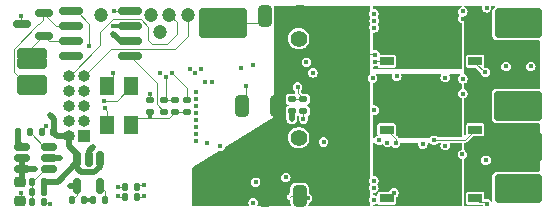
<source format=gbr>
%TF.GenerationSoftware,KiCad,Pcbnew,(6.0.5)*%
%TF.CreationDate,2022-09-11T00:02:45-04:00*%
%TF.ProjectId,GoldESC,476f6c64-4553-4432-9e6b-696361645f70,rev?*%
%TF.SameCoordinates,Original*%
%TF.FileFunction,Copper,L4,Bot*%
%TF.FilePolarity,Positive*%
%FSLAX46Y46*%
G04 Gerber Fmt 4.6, Leading zero omitted, Abs format (unit mm)*
G04 Created by KiCad (PCBNEW (6.0.5)) date 2022-09-11 00:02:45*
%MOMM*%
%LPD*%
G01*
G04 APERTURE LIST*
G04 Aperture macros list*
%AMRoundRect*
0 Rectangle with rounded corners*
0 $1 Rounding radius*
0 $2 $3 $4 $5 $6 $7 $8 $9 X,Y pos of 4 corners*
0 Add a 4 corners polygon primitive as box body*
4,1,4,$2,$3,$4,$5,$6,$7,$8,$9,$2,$3,0*
0 Add four circle primitives for the rounded corners*
1,1,$1+$1,$2,$3*
1,1,$1+$1,$4,$5*
1,1,$1+$1,$6,$7*
1,1,$1+$1,$8,$9*
0 Add four rect primitives between the rounded corners*
20,1,$1+$1,$2,$3,$4,$5,0*
20,1,$1+$1,$4,$5,$6,$7,0*
20,1,$1+$1,$6,$7,$8,$9,0*
20,1,$1+$1,$8,$9,$2,$3,0*%
%AMFreePoly0*
4,1,9,2.975000,-2.350000,1.425000,-2.350000,1.425000,-2.100000,-1.650000,-2.100000,-1.650000,2.100000,1.425000,2.100000,1.425000,2.350000,2.975000,2.350000,2.975000,-2.350000,2.975000,-2.350000,$1*%
G04 Aperture macros list end*
%TA.AperFunction,ComponentPad*%
%ADD10C,1.200000*%
%TD*%
%TA.AperFunction,ComponentPad*%
%ADD11R,1.000000X1.000000*%
%TD*%
%TA.AperFunction,ComponentPad*%
%ADD12RoundRect,0.250000X0.250000X-0.250000X0.250000X0.250000X-0.250000X0.250000X-0.250000X-0.250000X0*%
%TD*%
%TA.AperFunction,ComponentPad*%
%ADD13RoundRect,0.250000X-0.250000X0.250000X-0.250000X-0.250000X0.250000X-0.250000X0.250000X0.250000X0*%
%TD*%
%TA.AperFunction,ComponentPad*%
%ADD14RoundRect,0.250000X0.250000X0.250000X-0.250000X0.250000X-0.250000X-0.250000X0.250000X-0.250000X0*%
%TD*%
%TA.AperFunction,ComponentPad*%
%ADD15O,1.000000X1.000000*%
%TD*%
%TA.AperFunction,SMDPad,CuDef*%
%ADD16R,1.150000X0.700000*%
%TD*%
%TA.AperFunction,SMDPad,CuDef*%
%ADD17FreePoly0,180.000000*%
%TD*%
%TA.AperFunction,SMDPad,CuDef*%
%ADD18R,1.300000X1.600000*%
%TD*%
%TA.AperFunction,SMDPad,CuDef*%
%ADD19RoundRect,0.140000X0.140000X0.170000X-0.140000X0.170000X-0.140000X-0.170000X0.140000X-0.170000X0*%
%TD*%
%TA.AperFunction,SMDPad,CuDef*%
%ADD20RoundRect,0.135000X-0.135000X-0.185000X0.135000X-0.185000X0.135000X0.185000X-0.135000X0.185000X0*%
%TD*%
%TA.AperFunction,SMDPad,CuDef*%
%ADD21RoundRect,0.135000X-0.185000X0.135000X-0.185000X-0.135000X0.185000X-0.135000X0.185000X0.135000X0*%
%TD*%
%TA.AperFunction,SMDPad,CuDef*%
%ADD22RoundRect,0.225000X0.250000X-0.225000X0.250000X0.225000X-0.250000X0.225000X-0.250000X-0.225000X0*%
%TD*%
%TA.AperFunction,SMDPad,CuDef*%
%ADD23RoundRect,0.150000X0.825000X0.150000X-0.825000X0.150000X-0.825000X-0.150000X0.825000X-0.150000X0*%
%TD*%
%TA.AperFunction,SMDPad,CuDef*%
%ADD24RoundRect,0.135000X0.135000X0.185000X-0.135000X0.185000X-0.135000X-0.185000X0.135000X-0.185000X0*%
%TD*%
%TA.AperFunction,SMDPad,CuDef*%
%ADD25RoundRect,0.150000X0.587500X0.150000X-0.587500X0.150000X-0.587500X-0.150000X0.587500X-0.150000X0*%
%TD*%
%TA.AperFunction,SMDPad,CuDef*%
%ADD26RoundRect,0.135000X0.185000X-0.135000X0.185000X0.135000X-0.185000X0.135000X-0.185000X-0.135000X0*%
%TD*%
%TA.AperFunction,SMDPad,CuDef*%
%ADD27RoundRect,0.150000X-0.150000X0.512500X-0.150000X-0.512500X0.150000X-0.512500X0.150000X0.512500X0*%
%TD*%
%TA.AperFunction,SMDPad,CuDef*%
%ADD28RoundRect,0.140000X-0.170000X0.140000X-0.170000X-0.140000X0.170000X-0.140000X0.170000X0.140000X0*%
%TD*%
%TA.AperFunction,SMDPad,CuDef*%
%ADD29RoundRect,0.140000X-0.140000X-0.170000X0.140000X-0.170000X0.140000X0.170000X-0.140000X0.170000X0*%
%TD*%
%TA.AperFunction,ComponentPad*%
%ADD30C,1.400000*%
%TD*%
%TA.AperFunction,SMDPad,CuDef*%
%ADD31RoundRect,0.250000X0.325000X0.650000X-0.325000X0.650000X-0.325000X-0.650000X0.325000X-0.650000X0*%
%TD*%
%TA.AperFunction,SMDPad,CuDef*%
%ADD32RoundRect,0.250000X-0.325000X-0.650000X0.325000X-0.650000X0.325000X0.650000X-0.325000X0.650000X0*%
%TD*%
%TA.AperFunction,SMDPad,CuDef*%
%ADD33RoundRect,0.150000X0.512500X0.150000X-0.512500X0.150000X-0.512500X-0.150000X0.512500X-0.150000X0*%
%TD*%
%TA.AperFunction,ViaPad*%
%ADD34C,0.400000*%
%TD*%
%TA.AperFunction,Conductor*%
%ADD35C,0.101600*%
%TD*%
%TA.AperFunction,Conductor*%
%ADD36C,0.500000*%
%TD*%
%TA.AperFunction,Conductor*%
%ADD37C,0.350000*%
%TD*%
G04 APERTURE END LIST*
D10*
%TO.P,TP80,1,1*%
%TO.N,Net-(R80-Pad1)*%
X-7350000Y6250000D03*
%TD*%
%TO.P,TP83,1,1*%
%TO.N,+3V3*%
X-12350000Y7700000D03*
%TD*%
%TO.P,TP81,1,1*%
%TO.N,SWCLK*%
X-6550000Y7700000D03*
%TD*%
D11*
%TO.P,J1,1,Pin_1*%
%TO.N,Net-(J1-Pad1)*%
X23750000Y7000000D03*
D12*
X21500000Y6250000D03*
D11*
X22250000Y7750000D03*
X22250000Y7000000D03*
X23000000Y7750000D03*
X22250000Y6250000D03*
X24500000Y7000000D03*
X23750000Y6250000D03*
D12*
X24500000Y6250000D03*
D11*
X23750000Y7750000D03*
X23000000Y7000000D03*
X23000000Y6250000D03*
D12*
X21500000Y7750000D03*
D11*
X21500000Y7000000D03*
D12*
X24500000Y7750000D03*
%TD*%
D11*
%TO.P,J40,1,Pin_1*%
%TO.N,VDD*%
X-1250000Y-7000000D03*
X-500000Y-7000000D03*
X-1250000Y-6250000D03*
X-2000000Y-6250000D03*
X-2750000Y-7750000D03*
X-2000000Y-7000000D03*
X-2000000Y-7750000D03*
X-1250000Y-7750000D03*
X-2750000Y-6250000D03*
D13*
X-500000Y-6250000D03*
X-500000Y-7750000D03*
X-3500000Y-7750000D03*
X-3500000Y-6250000D03*
D11*
X-2750000Y-7000000D03*
X-3500000Y-7000000D03*
%TD*%
D10*
%TO.P,TP84,1,1*%
%TO.N,GND*%
X-8100000Y7700000D03*
%TD*%
D11*
%TO.P,J2,1,Pin_1*%
%TO.N,Net-(J2-Pad1)*%
X22950000Y750000D03*
X22200000Y750000D03*
X23700000Y0D03*
X23700000Y-750000D03*
D12*
X21450000Y750000D03*
D11*
X24450000Y0D03*
D12*
X21450000Y-750000D03*
D11*
X22950000Y-750000D03*
X22200000Y-750000D03*
X22200000Y0D03*
X22950000Y0D03*
D12*
X24450000Y-750000D03*
X24450000Y750000D03*
D11*
X21450000Y0D03*
X23700000Y750000D03*
%TD*%
D10*
%TO.P,TP82,1,1*%
%TO.N,SWDIO*%
X-5000000Y7700000D03*
%TD*%
D14*
%TO.P,J30,1,Pin_1*%
%TO.N,CAN_L*%
X-17450000Y4400000D03*
X-18950000Y3650000D03*
D11*
X-18200000Y3650000D03*
D14*
X-18950000Y4400000D03*
X-17450000Y3650000D03*
D11*
X-18200000Y4400000D03*
D14*
%TO.P,J30,2,Pin_2*%
%TO.N,CAN_H*%
X-17450000Y2150000D03*
D11*
X-18200000Y1400000D03*
D14*
X-18950000Y2150000D03*
D11*
X-18200000Y2150000D03*
D14*
X-18950000Y1400000D03*
X-17450000Y1400000D03*
%TD*%
D11*
%TO.P,J81,1,Pin_1*%
%TO.N,+3V3*%
X-13765000Y-2540000D03*
D15*
%TO.P,J81,2,Pin_2*%
%TO.N,+5V*%
X-15035000Y-2540000D03*
%TO.P,J81,3,Pin_3*%
%TO.N,GND*%
X-13765000Y-1270000D03*
%TO.P,J81,4,Pin_4*%
%TO.N,LimitA*%
X-15035000Y-1270000D03*
%TO.P,J81,5,Pin_5*%
%TO.N,QuadB_USBDM*%
X-13765000Y0D03*
%TO.P,J81,6,Pin_6*%
%TO.N,LimitB*%
X-15035000Y0D03*
%TO.P,J81,7,Pin_7*%
%TO.N,QuadA_USBDP*%
X-13765000Y1270000D03*
%TO.P,J81,8,Pin_8*%
%TO.N,LimitC*%
X-15035000Y1270000D03*
%TO.P,J81,9,Pin_9*%
%TO.N,SWDIO*%
X-13765000Y2540000D03*
%TO.P,J81,10,Pin_10*%
%TO.N,SWCLK*%
X-15035000Y2540000D03*
%TD*%
D13*
%TO.P,J41,1,Pin_1*%
%TO.N,GND*%
X-500000Y6250000D03*
D11*
X-3500000Y7000000D03*
X-2750000Y6250000D03*
X-1250000Y7000000D03*
D13*
X-500000Y7750000D03*
D11*
X-2750000Y7750000D03*
X-2000000Y7750000D03*
D13*
X-3500000Y7750000D03*
D11*
X-2000000Y6250000D03*
X-2000000Y7000000D03*
X-2750000Y7000000D03*
X-1250000Y7750000D03*
X-1250000Y6250000D03*
X-500000Y7000000D03*
D13*
X-3500000Y6250000D03*
%TD*%
D11*
%TO.P,J4,1,Pin_1*%
%TO.N,GND*%
X22250000Y-4250000D03*
D13*
X24500000Y-2750000D03*
D11*
X23750000Y-2750000D03*
D13*
X21500000Y-4250000D03*
D11*
X21500000Y-3500000D03*
X23000000Y-4250000D03*
X23750000Y-3500000D03*
X22250000Y-3500000D03*
X23000000Y-2750000D03*
X24500000Y-3500000D03*
X23750000Y-4250000D03*
X22250000Y-2750000D03*
D13*
X24500000Y-4250000D03*
X21500000Y-2750000D03*
D11*
X23000000Y-3500000D03*
%TD*%
D12*
%TO.P,J3,1,Pin_1*%
%TO.N,Net-(J3-Pad1)*%
X21500000Y-6250000D03*
X21500000Y-7750000D03*
D11*
X23750000Y-6250000D03*
D12*
X24500000Y-6250000D03*
X24500000Y-7750000D03*
D11*
X23000000Y-7000000D03*
X24500000Y-7000000D03*
X22250000Y-6250000D03*
X21500000Y-7000000D03*
X23000000Y-7750000D03*
X22250000Y-7000000D03*
X22250000Y-7750000D03*
X23750000Y-7750000D03*
X23000000Y-6250000D03*
X23750000Y-7000000D03*
%TD*%
D16*
%TO.P,Q4,1,S*%
%TO.N,GND*%
X19335000Y7610000D03*
%TO.P,Q4,2,S*%
X19335000Y6340000D03*
%TO.P,Q4,3,S*%
X19335000Y5060000D03*
%TO.P,Q4,4,G*%
%TO.N,Net-(Q4-Pad4)*%
X19335000Y3790000D03*
D17*
%TO.P,Q4,5,D*%
%TO.N,/GE-Fets-A/SHx*%
X16065000Y5700000D03*
%TD*%
D18*
%TO.P,U81,1,1*%
%TO.N,Net-(C88-Pad2)*%
X-9800000Y1650000D03*
%TO.P,U81,2,2*%
%TO.N,GND*%
X-9800000Y-1650000D03*
%TO.P,U81,3,3*%
%TO.N,Net-(C89-Pad2)*%
X-11800000Y-1650000D03*
%TO.P,U81,4,4*%
%TO.N,GND*%
X-11800000Y1650000D03*
%TD*%
D19*
%TO.P,C53,1*%
%TO.N,GND*%
X-13820000Y-8000000D03*
%TO.P,C53,2*%
%TO.N,+3V3*%
X-14780000Y-8000000D03*
%TD*%
D16*
%TO.P,Q3,1,S*%
%TO.N,/GE-Fets-C/SHx*%
X11835000Y-3990000D03*
%TO.P,Q3,2,S*%
X11835000Y-5260000D03*
%TO.P,Q3,3,S*%
X11835000Y-6540000D03*
%TO.P,Q3,4,G*%
%TO.N,Net-(Q3-Pad4)*%
X11835000Y-7810000D03*
D17*
%TO.P,Q3,5,D*%
%TO.N,VDD*%
X8565000Y-5900000D03*
%TD*%
D16*
%TO.P,Q1,1,S*%
%TO.N,/GE-Fets-A/SHx*%
X11835000Y7610000D03*
%TO.P,Q1,2,S*%
X11835000Y6340000D03*
%TO.P,Q1,3,S*%
X11835000Y5060000D03*
%TO.P,Q1,4,G*%
%TO.N,Net-(Q1-Pad4)*%
X11835000Y3790000D03*
D17*
%TO.P,Q1,5,D*%
%TO.N,VDD*%
X8565000Y5700000D03*
%TD*%
D20*
%TO.P,R61,1*%
%TO.N,Net-(C62-Pad1)*%
X-18160000Y-8150000D03*
%TO.P,R61,2*%
%TO.N,GND*%
X-17140000Y-8150000D03*
%TD*%
D21*
%TO.P,R41,1*%
%TO.N,TEMP_FETS*%
X4800000Y560000D03*
%TO.P,R41,2*%
%TO.N,GND*%
X4800000Y-460000D03*
%TD*%
D22*
%TO.P,C60,1*%
%TO.N,GND*%
X-19177000Y-8025000D03*
%TO.P,C60,2*%
%TO.N,VDD*%
X-19177000Y-6475000D03*
%TD*%
D23*
%TO.P,U30,1,TXD*%
%TO.N,CAN_TX*%
X-9925000Y8005000D03*
%TO.P,U30,2,VSS*%
%TO.N,GND*%
X-9925000Y6735000D03*
%TO.P,U30,3,VDD*%
%TO.N,+5V*%
X-9925000Y5465000D03*
%TO.P,U30,4,RXD*%
%TO.N,Net-(R30-Pad1)*%
X-9925000Y4195000D03*
%TO.P,U30,5,Vref*%
%TO.N,unconnected-(U30-Pad5)*%
X-14875000Y4195000D03*
%TO.P,U30,6,CANL*%
%TO.N,CAN_L*%
X-14875000Y5465000D03*
%TO.P,U30,7,CANH*%
%TO.N,CAN_H*%
X-14875000Y6735000D03*
%TO.P,U30,8,Rs*%
%TO.N,Net-(R32-Pad1)*%
X-14875000Y8005000D03*
%TD*%
D24*
%TO.P,R85,1*%
%TO.N,Net-(D84-Pad2)*%
X-9290000Y-7750000D03*
%TO.P,R85,2*%
%TO.N,Net-(R85-Pad2)*%
X-10310000Y-7750000D03*
%TD*%
D25*
%TO.P,U31,1*%
%TO.N,CAN_H*%
X-17162500Y7850000D03*
%TO.P,U31,2*%
%TO.N,CAN_L*%
X-17162500Y5950000D03*
%TO.P,U31,3*%
%TO.N,GND*%
X-19037500Y6900000D03*
%TD*%
D16*
%TO.P,Q2,1,S*%
%TO.N,/GE-Fets-B/SHx*%
X11835000Y1810000D03*
%TO.P,Q2,2,S*%
X11835000Y540000D03*
%TO.P,Q2,3,S*%
X11835000Y-740000D03*
%TO.P,Q2,4,G*%
%TO.N,Net-(Q2-Pad4)*%
X11835000Y-2010000D03*
D17*
%TO.P,Q2,5,D*%
%TO.N,VDD*%
X8565000Y-100000D03*
%TD*%
D26*
%TO.P,R30,1*%
%TO.N,Net-(R30-Pad1)*%
X-7000000Y-510000D03*
%TO.P,R30,2*%
%TO.N,CAN_RX*%
X-7000000Y510000D03*
%TD*%
D24*
%TO.P,R60,1*%
%TO.N,+5V*%
X-17167000Y-7300000D03*
%TO.P,R60,2*%
%TO.N,Net-(C62-Pad1)*%
X-18187000Y-7300000D03*
%TD*%
D27*
%TO.P,U50,1,IN*%
%TO.N,+5V*%
X-14350000Y-4462500D03*
%TO.P,U50,2,GND*%
%TO.N,GND*%
X-13400000Y-4462500D03*
%TO.P,U50,3,EN*%
%TO.N,+5V*%
X-12450000Y-4462500D03*
%TO.P,U50,4,BP*%
%TO.N,Net-(C52-Pad2)*%
X-12450000Y-6737500D03*
%TO.P,U50,5,OUT*%
%TO.N,+3V3*%
X-14350000Y-6737500D03*
%TD*%
D28*
%TO.P,C80,1*%
%TO.N,Net-(C80-Pad1)*%
X-8200000Y480000D03*
%TO.P,C80,2*%
%TO.N,GND*%
X-8200000Y-480000D03*
%TD*%
D16*
%TO.P,Q5,1,S*%
%TO.N,GND*%
X19335000Y1810000D03*
%TO.P,Q5,2,S*%
X19335000Y540000D03*
%TO.P,Q5,3,S*%
X19335000Y-740000D03*
%TO.P,Q5,4,G*%
%TO.N,Net-(Q5-Pad4)*%
X19335000Y-2010000D03*
D17*
%TO.P,Q5,5,D*%
%TO.N,/GE-Fets-B/SHx*%
X16065000Y-100000D03*
%TD*%
D29*
%TO.P,C52,1*%
%TO.N,GND*%
X-12980000Y-8000000D03*
%TO.P,C52,2*%
%TO.N,Net-(C52-Pad2)*%
X-12020000Y-8000000D03*
%TD*%
D30*
%TO.P,C40,1*%
%TO.N,VDD*%
X4400000Y-5691000D03*
%TO.P,C40,2*%
%TO.N,GND*%
X4400000Y-2691000D03*
%TD*%
D31*
%TO.P,C1,1*%
%TO.N,VDD*%
X4475000Y7600000D03*
%TO.P,C1,2*%
%TO.N,GND*%
X1525000Y7600000D03*
%TD*%
D32*
%TO.P,C3,1*%
%TO.N,VDD*%
X1525000Y-7600000D03*
%TO.P,C3,2*%
%TO.N,GND*%
X4475000Y-7600000D03*
%TD*%
D21*
%TO.P,R80,1*%
%TO.N,Net-(R80-Pad1)*%
X-5100000Y510000D03*
%TO.P,R80,2*%
%TO.N,GND*%
X-5100000Y-510000D03*
%TD*%
D29*
%TO.P,C62,1*%
%TO.N,Net-(C62-Pad1)*%
X-18157000Y-6400000D03*
%TO.P,C62,2*%
%TO.N,+5V*%
X-17197000Y-6400000D03*
%TD*%
D31*
%TO.P,C2,1*%
%TO.N,VDD*%
X2575000Y0D03*
%TO.P,C2,2*%
%TO.N,GND*%
X-375000Y0D03*
%TD*%
D29*
%TO.P,C63,1*%
%TO.N,GND*%
X-17357000Y-2200000D03*
%TO.P,C63,2*%
%TO.N,+5V*%
X-16397000Y-2200000D03*
%TD*%
D21*
%TO.P,R31,1*%
%TO.N,CAN_RX*%
X-6050000Y510000D03*
%TO.P,R31,2*%
%TO.N,GND*%
X-6050000Y-510000D03*
%TD*%
D16*
%TO.P,Q6,1,S*%
%TO.N,GND*%
X19335000Y-3990000D03*
%TO.P,Q6,2,S*%
X19335000Y-5260000D03*
%TO.P,Q6,3,S*%
X19335000Y-6540000D03*
%TO.P,Q6,4,G*%
%TO.N,Net-(Q6-Pad4)*%
X19335000Y-7810000D03*
D17*
%TO.P,Q6,5,D*%
%TO.N,/GE-Fets-C/SHx*%
X16065000Y-5900000D03*
%TD*%
D33*
%TO.P,U60,1,BS*%
%TO.N,Net-(C61-Pad2)*%
X-16739500Y-3450000D03*
%TO.P,U60,2,GND*%
%TO.N,GND*%
X-16739500Y-4400000D03*
%TO.P,U60,3,FB*%
%TO.N,Net-(C62-Pad1)*%
X-16739500Y-5350000D03*
%TO.P,U60,4,EN*%
%TO.N,VDD*%
X-19014500Y-5350000D03*
%TO.P,U60,5,IN*%
X-19014500Y-4400000D03*
%TO.P,U60,6,LX*%
%TO.N,Net-(C61-Pad1)*%
X-19014500Y-3450000D03*
%TD*%
D30*
%TO.P,C41,1*%
%TO.N,VDD*%
X4400000Y2700000D03*
%TO.P,C41,2*%
%TO.N,GND*%
X4400000Y5700000D03*
%TD*%
D29*
%TO.P,C61,1*%
%TO.N,Net-(C61-Pad1)*%
X-19357000Y-2200000D03*
%TO.P,C61,2*%
%TO.N,Net-(C61-Pad2)*%
X-18397000Y-2200000D03*
%TD*%
D24*
%TO.P,R84,1*%
%TO.N,Net-(D83-Pad2)*%
X-9290000Y-6850000D03*
%TO.P,R84,2*%
%TO.N,Net-(R84-Pad2)*%
X-10310000Y-6850000D03*
%TD*%
D26*
%TO.P,R40,1*%
%TO.N,+5V*%
X3800000Y-460000D03*
%TO.P,R40,2*%
%TO.N,TEMP_FETS*%
X3800000Y560000D03*
%TD*%
D34*
%TO.N,sCUR_A*%
X-4300000Y1200000D03*
X10783659Y7222338D03*
%TO.N,sCUR_B*%
X18300000Y1049700D03*
X-4300000Y-1800000D03*
%TO.N,sCUR_C*%
X20249380Y-4600000D03*
X-4300000Y-2400000D03*
%TO.N,sVLT_VDD*%
X-4300000Y0D03*
X5050000Y3699700D03*
%TO.N,Net-(C80-Pad1)*%
X-8200000Y1050000D03*
%TO.N,Net-(C88-Pad2)*%
X-12100000Y450000D03*
%TO.N,Net-(C89-Pad2)*%
X-12000000Y-150000D03*
%TO.N,sVLT_A*%
X10767165Y6623063D03*
X-4300000Y600000D03*
%TO.N,sVLT_B*%
X-4300000Y-1200000D03*
X10650000Y2350000D03*
%TO.N,sVLT_C*%
X-4300000Y-3000000D03*
X10750000Y-6950000D03*
%TO.N,QuadB_USBDM*%
X-3550000Y1999700D03*
%TO.N,QuadA_USBDP*%
X-2931439Y2018561D03*
%TO.N,Net-(Q1-Pad4)*%
X10850000Y3750000D03*
%TO.N,Net-(Q2-Pad4)*%
X12595878Y-3145878D03*
%TO.N,Net-(Q3-Pad4)*%
X12450000Y-7350000D03*
%TO.N,CAN_RX*%
X-6850000Y2450000D03*
%TO.N,Net-(R32-Pad1)*%
X-13350000Y5100000D03*
%TO.N,TEMP_FETS*%
X4300000Y1600300D03*
X-4300000Y-600000D03*
%TO.N,Net-(R80-Pad1)*%
X-6350000Y2800000D03*
%TO.N,Net-(R85-Pad2)*%
X-10900000Y-7600500D03*
%TO.N,CAN_TX*%
X-11250000Y8000000D03*
%TO.N,VDD*%
X10850000Y4350000D03*
X-17900000Y-5350000D03*
%TO.N,GND*%
X22550000Y4900000D03*
X24350000Y4900000D03*
X-99500Y1650300D03*
X-13450000Y-8000000D03*
X-11300000Y2800000D03*
X-15850000Y-4400000D03*
X-8200000Y-849700D03*
X23750000Y4900000D03*
X-7350000Y2800000D03*
X-11300000Y6750000D03*
X10750300Y-6350000D03*
X-16700000Y-8299500D03*
X5150000Y-7800000D03*
X20450000Y2300000D03*
X21950000Y2400000D03*
X14913025Y-3219754D03*
X21950000Y4300000D03*
X24350000Y4300000D03*
X23750000Y4300000D03*
X12700000Y2500000D03*
X23150000Y4300000D03*
X-17000000Y-1700000D03*
X-13050000Y-3500000D03*
X5600000Y2800000D03*
X18300000Y7400000D03*
X-449680Y3250320D03*
X10750000Y7825500D03*
X-19150000Y-7400000D03*
X22550000Y4300000D03*
X23150000Y4900000D03*
X4800000Y-1100000D03*
X-3350000Y-3100000D03*
X-19150000Y7600000D03*
%TO.N,+3V3*%
X-14950000Y-6750000D03*
%TO.N,Net-(C61-Pad1)*%
X-19350000Y-2750000D03*
%TO.N,+5V*%
X3800000Y-1100000D03*
X16800000Y-3350000D03*
X-16700000Y-750000D03*
X21950000Y3350000D03*
X10800000Y-350000D03*
X11900000Y-3100000D03*
X-11300000Y6100000D03*
X18300000Y8000000D03*
X16800000Y2400000D03*
X550000Y3450000D03*
%TO.N,/GE-Fets-A/SHx*%
X16200000Y5050000D03*
X16800000Y3850000D03*
X16200000Y6250000D03*
X16200000Y3850000D03*
X15600000Y5050000D03*
X15600000Y3850000D03*
X16800000Y6250000D03*
X16800000Y5050000D03*
X15600000Y6250000D03*
%TO.N,/GE-Fets-B/SHx*%
X15603887Y-1725500D03*
X15600000Y-700000D03*
X16200000Y-700000D03*
X16800000Y500000D03*
X15600000Y500000D03*
X16200000Y500000D03*
X16800000Y-1750000D03*
X16800000Y-700000D03*
X16200000Y-1750000D03*
%TO.N,/GE-Fets-B/GHx*%
X6500000Y-3050000D03*
X11203289Y-2904955D03*
%TO.N,/GE-Fets-C/SHx*%
X15600000Y-6400000D03*
X16200000Y-5200000D03*
X16800000Y-5200000D03*
X16200000Y-7600000D03*
X16800000Y-7600000D03*
X16200000Y-6400000D03*
X15600000Y-7600000D03*
X15600000Y-5200000D03*
X16800000Y-6400000D03*
%TO.N,Net-(Q4-Pad4)*%
X20200000Y2850000D03*
X10750000Y-7950300D03*
%TO.N,Net-(Q5-Pad4)*%
X3300000Y-6050000D03*
X15850000Y-2900000D03*
%TO.N,Net-(Q6-Pad4)*%
X20350000Y-8300000D03*
X-2250000Y-3400000D03*
%TO.N,LimitC*%
X-4850000Y3150000D03*
%TO.N,/GE-Fets-A/REF_1V65*%
X20300000Y8300000D03*
X24050000Y3350000D03*
X18250000Y-4100000D03*
X18300000Y2298780D03*
%TO.N,LimitB*%
X-4350000Y2800000D03*
%TO.N,LimitA*%
X-3850000Y3150000D03*
%TO.N,Net-(D83-Pad2)*%
X550000Y-8200000D03*
X-8703704Y-6699899D03*
%TO.N,Net-(D84-Pad2)*%
X750000Y-6450000D03*
X-8700000Y-7600500D03*
%TO.N,Net-(R84-Pad2)*%
X-10900000Y-6850000D03*
%TD*%
D35*
%TO.N,Net-(C80-Pad1)*%
X-8200000Y1050000D02*
X-8200000Y480000D01*
%TO.N,Net-(C88-Pad2)*%
X-11000000Y450000D02*
X-12100000Y450000D01*
X-9800000Y1650000D02*
X-11000000Y450000D01*
%TO.N,Net-(C89-Pad2)*%
X-12100000Y-150000D02*
X-11800000Y-450000D01*
X-11800000Y-450000D02*
X-11800000Y-1650000D01*
%TO.N,Net-(Q1-Pad4)*%
X11835000Y3790000D02*
X10960000Y3790000D01*
X10960000Y3790000D02*
X10950000Y3800000D01*
%TO.N,Net-(Q2-Pad4)*%
X11835000Y-2010000D02*
X12595878Y-2770878D01*
X12595878Y-2770878D02*
X12595878Y-3145878D01*
%TO.N,Net-(Q3-Pad4)*%
X11990000Y-7810000D02*
X11835000Y-7810000D01*
X12450000Y-7350000D02*
X11990000Y-7810000D01*
X11835000Y-7810000D02*
X11510000Y-7810000D01*
%TO.N,Net-(R30-Pad1)*%
X-7000000Y-510000D02*
X-7639680Y129680D01*
X-7639680Y129680D02*
X-7639680Y1909680D01*
X-7639680Y1909680D02*
X-9925000Y4195000D01*
%TO.N,CAN_RX*%
X-7000000Y510000D02*
X-6050000Y510000D01*
X-6850000Y660000D02*
X-7000000Y510000D01*
X-6850000Y2450000D02*
X-6850000Y660000D01*
%TO.N,Net-(R32-Pad1)*%
X-14875000Y8005000D02*
X-14392862Y8005000D01*
X-14392862Y8005000D02*
X-13350000Y6962138D01*
X-13350000Y6962138D02*
X-13350000Y5100000D01*
%TO.N,TEMP_FETS*%
X4800000Y560000D02*
X3800000Y560000D01*
X4800000Y560000D02*
X4300000Y1060000D01*
X4300000Y1060000D02*
X4300000Y1600300D01*
%TO.N,Net-(R80-Pad1)*%
X-5100000Y1550000D02*
X-5100000Y510000D01*
X-6350000Y2800000D02*
X-5100000Y1550000D01*
%TO.N,Net-(R85-Pad2)*%
X-10310000Y-7750000D02*
X-10750500Y-7750000D01*
X-10750500Y-7750000D02*
X-10900000Y-7600500D01*
%TO.N,CAN_TX*%
X-11245000Y8005000D02*
X-11250000Y8000000D01*
X-9925000Y8005000D02*
X-11245000Y8005000D01*
%TO.N,CAN_L*%
X-17262500Y5950000D02*
X-18200000Y5012500D01*
X-14875000Y5465000D02*
X-16777500Y5465000D01*
X-18200000Y5012500D02*
X-18200000Y4400000D01*
X-16777500Y5465000D02*
X-17262500Y5950000D01*
%TO.N,CAN_H*%
X-14875000Y6735000D02*
X-16147500Y6735000D01*
X-18950000Y2150000D02*
X-19700320Y2900320D01*
X-17600000Y6900000D02*
X-17262500Y7237500D01*
X-17657559Y6900000D02*
X-17600000Y6900000D01*
X-19700320Y4857239D02*
X-17657559Y6900000D01*
X-16147500Y6735000D02*
X-17262500Y7850000D01*
X-19700320Y2900320D02*
X-19700320Y4857239D01*
X-17262500Y7237500D02*
X-17262500Y7850000D01*
%TO.N,SWDIO*%
X-13765000Y2540000D02*
X-11455000Y4850000D01*
X-6100000Y4850000D02*
X-5000000Y5950000D01*
X-11455000Y4850000D02*
X-6100000Y4850000D01*
X-5000000Y5950000D02*
X-5000000Y7700000D01*
%TO.N,SWCLK*%
X-11350000Y7350000D02*
X-8998863Y7350000D01*
X-12400000Y6300000D02*
X-11350000Y7350000D01*
X-12400000Y5128863D02*
X-12400000Y6300000D01*
X-8050000Y5250000D02*
X-6750000Y5250000D01*
X-8350000Y5550000D02*
X-8050000Y5250000D01*
X-5950000Y6050000D02*
X-5950000Y7100000D01*
X-6750000Y5250000D02*
X-5950000Y6050000D01*
X-15035000Y2540000D02*
X-14988863Y2540000D01*
X-5950000Y7100000D02*
X-6550000Y7700000D01*
X-8350000Y6701137D02*
X-8350000Y5550000D01*
X-8998863Y7350000D02*
X-8350000Y6701137D01*
X-14988863Y2540000D02*
X-12400000Y5128863D01*
D36*
%TO.N,VDD*%
X-17900000Y-5350000D02*
X-19014500Y-5350000D01*
X-19014500Y-6362500D02*
X-19177000Y-6525000D01*
X-18550000Y-5350000D02*
X-19014500Y-5350000D01*
D35*
X10850000Y4400000D02*
X9865000Y4400000D01*
X4400000Y-5691000D02*
X4709000Y-6000000D01*
D36*
X-19014500Y-4400000D02*
X-19014500Y-5350000D01*
D35*
X4709000Y-6000000D02*
X8565000Y-6000000D01*
X6965000Y-7600000D02*
X8565000Y-6000000D01*
D36*
X-19014500Y-5350000D02*
X-19014500Y-6362500D01*
D35*
X9865000Y4400000D02*
X8565000Y5700000D01*
X8565000Y-6000000D02*
X8565000Y0D01*
D37*
%TO.N,GND*%
X-9925000Y6735000D02*
X-11285000Y6735000D01*
D35*
X-8130320Y-1030320D02*
X-9180320Y-1030320D01*
D36*
X-13050000Y-3500000D02*
X-13400000Y-3850000D01*
D35*
X-7649680Y-1030320D02*
X-7580320Y-1030320D01*
X19335000Y-3990000D02*
X20910000Y-3990000D01*
X-6570320Y-1030320D02*
X-6050000Y-510000D01*
X-11300000Y2950000D02*
X-11300000Y2150000D01*
X-99500Y275500D02*
X-99500Y1650300D01*
X-13400000Y-3850000D02*
X-13400000Y-4462500D01*
X3750000Y-7600000D02*
X3650000Y-7700000D01*
X21010000Y-3990000D02*
X21500000Y-3500000D01*
D36*
X-15850000Y-4400000D02*
X-16739500Y-4400000D01*
D35*
X-7580320Y-1030320D02*
X-6570320Y-1030320D01*
X-13820000Y-8000000D02*
X-13450000Y-8000000D01*
X1525000Y7600000D02*
X925000Y7000000D01*
X-13450000Y-8000000D02*
X-12980000Y-8000000D01*
X-17357000Y-2200000D02*
X-17357000Y-2057000D01*
X-11300000Y2150000D02*
X-11800000Y1650000D01*
X19335000Y-3990000D02*
X19335000Y-6540000D01*
X4800000Y-1100000D02*
X4800000Y-460000D01*
X-9180320Y-1030320D02*
X-9800000Y-1650000D01*
X-19150000Y6912500D02*
X-19137500Y6900000D01*
X-375000Y0D02*
X-99500Y275500D01*
X-17357000Y-2057000D02*
X-17000000Y-1700000D01*
X-16799500Y-8200000D02*
X-16700000Y-8299500D01*
X-19150000Y-8048000D02*
X-19177000Y-8075000D01*
X19335000Y-3990000D02*
X21010000Y-3990000D01*
X-7580320Y-1030320D02*
X-8130320Y-1030320D01*
X-17167000Y-8200000D02*
X-16799500Y-8200000D01*
X-11285000Y6735000D02*
X-11300000Y6750000D01*
X-19150000Y-7400000D02*
X-19150000Y-8048000D01*
X-6050000Y-510000D02*
X-5100000Y-510000D01*
X-19150000Y7600000D02*
X-19150000Y6912500D01*
X925000Y7000000D02*
X-2000000Y7000000D01*
X4475000Y-7600000D02*
X3750000Y-7600000D01*
D36*
%TO.N,+3V3*%
X-14350000Y-6737500D02*
X-14937500Y-6737500D01*
D35*
X-14350000Y-6737500D02*
X-14350000Y-6850000D01*
X-14765000Y-7985000D02*
X-14780000Y-8000000D01*
X-14350000Y-7570000D02*
X-14765000Y-7985000D01*
D36*
X-14937500Y-6737500D02*
X-14950000Y-6750000D01*
D35*
X-14350000Y-6850000D02*
X-14350000Y-7570000D01*
D36*
%TO.N,Net-(C61-Pad1)*%
X-19357000Y-2200000D02*
X-19357000Y-3107500D01*
X-19357000Y-3107500D02*
X-19014500Y-3450000D01*
D35*
%TO.N,Net-(C61-Pad2)*%
X-17147000Y-3450000D02*
X-18397000Y-2200000D01*
X-16739500Y-3450000D02*
X-17147000Y-3450000D01*
%TO.N,Net-(C62-Pad1)*%
X-18187000Y-6430000D02*
X-18157000Y-6400000D01*
X-18157000Y-6400000D02*
X-17107000Y-5350000D01*
X-18187000Y-7300000D02*
X-18187000Y-8200000D01*
X-18187000Y-7300000D02*
X-18187000Y-6430000D01*
X-17107000Y-5350000D02*
X-16739500Y-5350000D01*
D36*
%TO.N,+5V*%
X-14350000Y-4462500D02*
X-14350000Y-4050000D01*
X-16700000Y-750000D02*
X-16350000Y-1100000D01*
X-14350000Y-5250000D02*
X-14350000Y-4462500D01*
X3800000Y-1100000D02*
X3800000Y-460000D01*
X-9925000Y5465000D02*
X-10665000Y5465000D01*
X-16350000Y-2153000D02*
X-16397000Y-2200000D01*
X-12450000Y-4462500D02*
X-12450000Y-5150000D01*
X-14350000Y-4462500D02*
X-14350000Y-4750000D01*
X-16350000Y-1100000D02*
X-16350000Y-2153000D01*
X-15035000Y-2540000D02*
X-16057000Y-2540000D01*
X-14000000Y-5600000D02*
X-14350000Y-5250000D01*
X-12900000Y-5600000D02*
X-14000000Y-5600000D01*
X-14350000Y-4750000D02*
X-16000000Y-6400000D01*
X-17167000Y-7300000D02*
X-17167000Y-6430000D01*
X-10665000Y5465000D02*
X-11300000Y6100000D01*
X-14350000Y-4050000D02*
X-15035000Y-3365000D01*
X-15035000Y-3365000D02*
X-15035000Y-2540000D01*
X-16000000Y-6400000D02*
X-17197000Y-6400000D01*
X-12450000Y-5150000D02*
X-12900000Y-5600000D01*
X-17167000Y-6430000D02*
X-17197000Y-6400000D01*
X-16057000Y-2540000D02*
X-16397000Y-2200000D01*
D35*
%TO.N,/GE-Fets-C/SHx*%
X15425000Y-5260000D02*
X16065000Y-5900000D01*
%TO.N,Net-(Q4-Pad4)*%
X19335000Y3665000D02*
X19335000Y3790000D01*
X20150000Y2850000D02*
X19335000Y3665000D01*
%TO.N,Net-(Q5-Pad4)*%
X18495000Y-2850000D02*
X19335000Y-2010000D01*
X15900000Y-2850000D02*
X18495000Y-2850000D01*
X15850000Y-2900000D02*
X15900000Y-2850000D01*
%TO.N,Net-(Q6-Pad4)*%
X20100000Y-8100000D02*
X19625000Y-8100000D01*
X19625000Y-8100000D02*
X19335000Y-7810000D01*
X20300000Y-8300000D02*
X20100000Y-8100000D01*
%TO.N,Net-(D83-Pad2)*%
X-9139899Y-6699899D02*
X-8703704Y-6699899D01*
X-9290000Y-6850000D02*
X-9139899Y-6699899D01*
%TO.N,Net-(D84-Pad2)*%
X-9290000Y-7750000D02*
X-8849500Y-7750000D01*
X-8849500Y-7750000D02*
X-8700000Y-7600500D01*
%TO.N,Net-(C52-Pad2)*%
X-12020000Y-7167500D02*
X-12450000Y-6737500D01*
X-12020000Y-8000000D02*
X-12020000Y-7167500D01*
%TO.N,Net-(R84-Pad2)*%
X-10900000Y-6850000D02*
X-10310000Y-6850000D01*
%TD*%
%TA.AperFunction,Conductor*%
%TO.N,/GE-Fets-A/SHx*%
G36*
X18181694Y8481194D02*
G01*
X18200000Y8437000D01*
X18200000Y8436839D01*
X18181694Y8392645D01*
X18165874Y8381151D01*
X18066039Y8330283D01*
X18066036Y8330280D01*
X18061658Y8328050D01*
X17971950Y8238342D01*
X17914354Y8125304D01*
X17894508Y8000000D01*
X17914354Y7874696D01*
X17971950Y7761658D01*
X17989414Y7744194D01*
X18007720Y7700000D01*
X17989414Y7655806D01*
X17971950Y7638342D01*
X17914354Y7525304D01*
X17894508Y7400000D01*
X17914354Y7274696D01*
X17971950Y7161658D01*
X18061658Y7071950D01*
X18066036Y7069720D01*
X18066039Y7069717D01*
X18165874Y7018849D01*
X18196941Y6982475D01*
X18200000Y6963161D01*
X18200000Y3162500D01*
X18181694Y3118306D01*
X18137500Y3100000D01*
X10762500Y3100000D01*
X10718306Y3118306D01*
X10700000Y3162500D01*
X10700000Y3295087D01*
X10718306Y3339281D01*
X10762500Y3357587D01*
X10772277Y3356818D01*
X10850000Y3344508D01*
X10854855Y3345277D01*
X10970445Y3363584D01*
X10970448Y3363585D01*
X10975304Y3364354D01*
X10982078Y3367805D01*
X10996020Y3374909D01*
X11043708Y3378662D01*
X11076361Y3353944D01*
X11112029Y3300564D01*
X11112031Y3300562D01*
X11115448Y3295448D01*
X11120562Y3292031D01*
X11176653Y3254551D01*
X11176655Y3254550D01*
X11181769Y3251133D01*
X11187803Y3249933D01*
X11187805Y3249932D01*
X11237239Y3240099D01*
X11237242Y3240099D01*
X11240252Y3239500D01*
X12429748Y3239500D01*
X12432758Y3240099D01*
X12432761Y3240099D01*
X12482195Y3249932D01*
X12482197Y3249933D01*
X12488231Y3251133D01*
X12493345Y3254550D01*
X12493347Y3254551D01*
X12549438Y3292031D01*
X12554552Y3295448D01*
X12583841Y3339281D01*
X12595449Y3356653D01*
X12595450Y3356655D01*
X12598867Y3361769D01*
X12602228Y3378662D01*
X12609901Y3417239D01*
X12609901Y3417242D01*
X12610500Y3420252D01*
X12610500Y4159748D01*
X12609901Y4162761D01*
X12600068Y4212195D01*
X12600067Y4212197D01*
X12598867Y4218231D01*
X12554552Y4284552D01*
X12537680Y4295826D01*
X12493347Y4325449D01*
X12493345Y4325450D01*
X12488231Y4328867D01*
X12482197Y4330067D01*
X12482195Y4330068D01*
X12432761Y4339901D01*
X12432758Y4339901D01*
X12429748Y4340500D01*
X11310377Y4340500D01*
X11266183Y4358806D01*
X11248646Y4393223D01*
X11236415Y4470448D01*
X11235646Y4475304D01*
X11178050Y4588342D01*
X11088342Y4678050D01*
X10975304Y4735646D01*
X10850000Y4755492D01*
X10772277Y4743182D01*
X10725763Y4754349D01*
X10700769Y4795136D01*
X10700000Y4804913D01*
X10700000Y6155840D01*
X10718306Y6200034D01*
X10762447Y6218318D01*
X10767165Y6217571D01*
X10892469Y6237417D01*
X11005507Y6295013D01*
X11095215Y6384721D01*
X11152811Y6497759D01*
X11172657Y6623063D01*
X11152811Y6748367D01*
X11095215Y6861405D01*
X11091739Y6864881D01*
X11091737Y6864884D01*
X11086361Y6870260D01*
X11068055Y6914454D01*
X11086361Y6958648D01*
X11111709Y6983996D01*
X11169305Y7097034D01*
X11189151Y7222338D01*
X11169305Y7347642D01*
X11111709Y7460680D01*
X11075834Y7496556D01*
X11057529Y7540750D01*
X11073205Y7578595D01*
X11071682Y7579702D01*
X11074573Y7583681D01*
X11078050Y7587158D01*
X11135646Y7700196D01*
X11155492Y7825500D01*
X11135646Y7950804D01*
X11078050Y8063842D01*
X10988342Y8153550D01*
X10875304Y8211146D01*
X10812789Y8221047D01*
X10752723Y8230561D01*
X10711936Y8255555D01*
X10700000Y8292292D01*
X10700000Y8437000D01*
X10718306Y8481194D01*
X10762500Y8499500D01*
X18137500Y8499500D01*
X18181694Y8481194D01*
G37*
%TD.AperFunction*%
%TD*%
%TA.AperFunction,Conductor*%
%TO.N,/GE-Fets-C/SHx*%
G36*
X10859072Y-3118306D02*
G01*
X10870565Y-3134123D01*
X10875239Y-3143297D01*
X10964947Y-3233005D01*
X11077985Y-3290601D01*
X11203289Y-3310447D01*
X11328593Y-3290601D01*
X11441631Y-3233005D01*
X11441999Y-3233726D01*
X11484525Y-3223515D01*
X11525312Y-3248507D01*
X11530438Y-3256871D01*
X11571950Y-3338342D01*
X11661658Y-3428050D01*
X11774696Y-3485646D01*
X11900000Y-3505492D01*
X12025304Y-3485646D01*
X12138342Y-3428050D01*
X12180806Y-3385586D01*
X12225000Y-3367280D01*
X12269194Y-3385586D01*
X12357536Y-3473928D01*
X12470574Y-3531524D01*
X12595878Y-3551370D01*
X12721182Y-3531524D01*
X12834220Y-3473928D01*
X12923928Y-3384220D01*
X12981524Y-3271182D01*
X12997681Y-3169172D01*
X13000286Y-3152723D01*
X13025280Y-3111936D01*
X13062017Y-3100000D01*
X14453322Y-3100000D01*
X14497516Y-3118306D01*
X14515822Y-3162500D01*
X14515052Y-3172278D01*
X14508302Y-3214894D01*
X14508302Y-3214899D01*
X14507533Y-3219754D01*
X14527379Y-3345058D01*
X14584975Y-3458096D01*
X14674683Y-3547804D01*
X14787721Y-3605400D01*
X14913025Y-3625246D01*
X15038329Y-3605400D01*
X15151367Y-3547804D01*
X15241075Y-3458096D01*
X15298671Y-3345058D01*
X15318517Y-3219754D01*
X15317748Y-3214899D01*
X15317748Y-3214894D01*
X15310998Y-3172278D01*
X15322164Y-3125764D01*
X15362950Y-3100770D01*
X15372728Y-3100000D01*
X15464114Y-3100000D01*
X15508308Y-3118306D01*
X15516802Y-3129996D01*
X15516825Y-3129979D01*
X15519717Y-3133959D01*
X15521950Y-3138342D01*
X15611658Y-3228050D01*
X15724696Y-3285646D01*
X15850000Y-3305492D01*
X15975304Y-3285646D01*
X16088342Y-3228050D01*
X16178050Y-3138342D01*
X16180281Y-3133963D01*
X16183176Y-3129979D01*
X16184656Y-3131054D01*
X16215906Y-3104360D01*
X16235224Y-3101300D01*
X16375236Y-3101300D01*
X16419430Y-3119606D01*
X16437736Y-3163800D01*
X16430924Y-3192174D01*
X16416587Y-3220311D01*
X16416585Y-3220318D01*
X16414354Y-3224696D01*
X16394508Y-3350000D01*
X16414354Y-3475304D01*
X16471950Y-3588342D01*
X16561658Y-3678050D01*
X16674696Y-3735646D01*
X16800000Y-3755492D01*
X16925304Y-3735646D01*
X17038342Y-3678050D01*
X17128050Y-3588342D01*
X17185646Y-3475304D01*
X17205492Y-3350000D01*
X17185646Y-3224696D01*
X17183415Y-3220318D01*
X17183413Y-3220311D01*
X17169076Y-3192174D01*
X17165323Y-3144486D01*
X17196390Y-3108112D01*
X17224764Y-3101300D01*
X18137500Y-3101300D01*
X18181694Y-3119606D01*
X18200000Y-3163800D01*
X18200000Y-3649047D01*
X18181694Y-3693241D01*
X18147277Y-3710778D01*
X18124696Y-3714354D01*
X18011658Y-3771950D01*
X17921950Y-3861658D01*
X17864354Y-3974696D01*
X17844508Y-4100000D01*
X17864354Y-4225304D01*
X17921950Y-4338342D01*
X18011658Y-4428050D01*
X18124696Y-4485646D01*
X18147277Y-4489222D01*
X18188063Y-4514215D01*
X18200000Y-4550953D01*
X18200000Y-8437000D01*
X18181694Y-8481194D01*
X18137500Y-8499500D01*
X10762500Y-8499500D01*
X10718306Y-8481194D01*
X10700000Y-8437000D01*
X10700000Y-8417092D01*
X10718306Y-8372898D01*
X10752723Y-8355361D01*
X10815304Y-8345449D01*
X10875304Y-8335946D01*
X10988342Y-8278350D01*
X11000190Y-8266502D01*
X11044384Y-8248196D01*
X11088578Y-8266502D01*
X11096350Y-8275972D01*
X11112028Y-8299435D01*
X11112031Y-8299438D01*
X11115448Y-8304552D01*
X11120562Y-8307969D01*
X11176653Y-8345449D01*
X11176655Y-8345450D01*
X11181769Y-8348867D01*
X11187803Y-8350067D01*
X11187805Y-8350068D01*
X11237239Y-8359901D01*
X11237242Y-8359901D01*
X11240252Y-8360500D01*
X12429748Y-8360500D01*
X12432758Y-8359901D01*
X12432761Y-8359901D01*
X12482195Y-8350068D01*
X12482197Y-8350067D01*
X12488231Y-8348867D01*
X12493345Y-8345450D01*
X12493347Y-8345449D01*
X12549438Y-8307969D01*
X12554552Y-8304552D01*
X12579977Y-8266502D01*
X12595449Y-8243347D01*
X12595450Y-8243345D01*
X12598867Y-8238231D01*
X12610500Y-8179748D01*
X12610500Y-7756013D01*
X12628806Y-7711819D01*
X12644626Y-7700325D01*
X12683961Y-7680283D01*
X12683964Y-7680281D01*
X12688342Y-7678050D01*
X12778050Y-7588342D01*
X12835646Y-7475304D01*
X12855492Y-7350000D01*
X12835646Y-7224696D01*
X12778050Y-7111658D01*
X12688342Y-7021950D01*
X12575304Y-6964354D01*
X12450000Y-6944508D01*
X12324696Y-6964354D01*
X12211658Y-7021950D01*
X12121950Y-7111658D01*
X12064354Y-7224696D01*
X12061833Y-7223412D01*
X12036791Y-7252702D01*
X12008445Y-7259500D01*
X11240252Y-7259500D01*
X11237242Y-7260099D01*
X11237239Y-7260099D01*
X11187805Y-7269932D01*
X11187803Y-7269933D01*
X11181769Y-7271133D01*
X11176652Y-7274552D01*
X11176650Y-7274553D01*
X11147318Y-7294152D01*
X11100872Y-7303390D01*
X11104685Y-7312595D01*
X11094152Y-7347318D01*
X11074553Y-7376650D01*
X11071133Y-7381769D01*
X11059500Y-7440252D01*
X11059500Y-7556516D01*
X11041194Y-7600710D01*
X10997000Y-7619016D01*
X10968626Y-7612204D01*
X10875304Y-7564654D01*
X10812789Y-7554753D01*
X10752723Y-7545239D01*
X10711936Y-7520245D01*
X10700000Y-7483508D01*
X10700000Y-7416792D01*
X10718306Y-7372598D01*
X10752723Y-7355061D01*
X10815329Y-7345145D01*
X10875304Y-7335646D01*
X10988342Y-7278050D01*
X10997991Y-7268401D01*
X11042185Y-7250095D01*
X11056472Y-7256013D01*
X11051296Y-7229992D01*
X11068401Y-7197991D01*
X11078050Y-7188342D01*
X11135646Y-7075304D01*
X11155492Y-6950000D01*
X11135646Y-6824696D01*
X11078050Y-6711658D01*
X11060736Y-6694344D01*
X11042430Y-6650150D01*
X11060736Y-6605956D01*
X11078350Y-6588342D01*
X11135946Y-6475304D01*
X11155792Y-6350000D01*
X11135946Y-6224696D01*
X11078350Y-6111658D01*
X10988642Y-6021950D01*
X10875604Y-5964354D01*
X10752722Y-5944892D01*
X10711937Y-5919898D01*
X10700000Y-5883161D01*
X10700000Y-3162500D01*
X10718306Y-3118306D01*
X10762500Y-3100000D01*
X10814878Y-3100000D01*
X10859072Y-3118306D01*
G37*
%TD.AperFunction*%
%TD*%
%TA.AperFunction,Conductor*%
%TO.N,GND*%
G36*
X19897441Y8481194D02*
G01*
X19915747Y8437000D01*
X19913905Y8425375D01*
X19914354Y8425304D01*
X19894508Y8300000D01*
X19914354Y8174696D01*
X19971950Y8061658D01*
X20061658Y7971950D01*
X20174696Y7914354D01*
X20300000Y7894508D01*
X20425304Y7914354D01*
X20538342Y7971950D01*
X20628050Y8061658D01*
X20685646Y8174696D01*
X20705492Y8300000D01*
X20685646Y8425304D01*
X20687943Y8425668D01*
X20691059Y8465362D01*
X20727426Y8496437D01*
X20746753Y8499500D01*
X20978147Y8499500D01*
X21022341Y8481194D01*
X21040647Y8437000D01*
X21022341Y8392806D01*
X21015281Y8386728D01*
X20927850Y8322150D01*
X20847366Y8213184D01*
X20802481Y8085369D01*
X20802123Y8081578D01*
X20800240Y8061658D01*
X20799500Y8053834D01*
X20799500Y5946166D01*
X20802481Y5914631D01*
X20847366Y5786816D01*
X20927850Y5677850D01*
X21036816Y5597366D01*
X21041224Y5595818D01*
X21041226Y5595817D01*
X21110824Y5571377D01*
X21164631Y5552481D01*
X21181058Y5550928D01*
X21194702Y5549638D01*
X21194710Y5549638D01*
X21196166Y5549500D01*
X24737000Y5549500D01*
X24781194Y5531194D01*
X24799500Y5487000D01*
X24799500Y1513000D01*
X24781194Y1468806D01*
X24737000Y1450500D01*
X21146166Y1450500D01*
X21144710Y1450362D01*
X21144702Y1450362D01*
X21131058Y1449072D01*
X21114631Y1447519D01*
X21079967Y1435346D01*
X20991226Y1404183D01*
X20991224Y1404182D01*
X20986816Y1402634D01*
X20877850Y1322150D01*
X20797366Y1213184D01*
X20795818Y1208776D01*
X20795817Y1208774D01*
X20771377Y1139176D01*
X20752481Y1085369D01*
X20749500Y1053834D01*
X20749500Y-1053834D01*
X20752481Y-1085369D01*
X20797366Y-1213184D01*
X20877850Y-1322150D01*
X20986816Y-1402634D01*
X20991224Y-1404182D01*
X20991226Y-1404183D01*
X21060824Y-1428623D01*
X21114631Y-1447519D01*
X21131058Y-1449072D01*
X21144702Y-1450362D01*
X21144710Y-1450362D01*
X21146166Y-1450500D01*
X24737000Y-1450500D01*
X24781194Y-1468806D01*
X24799500Y-1513000D01*
X24799500Y-5487000D01*
X24781194Y-5531194D01*
X24737000Y-5549500D01*
X21196166Y-5549500D01*
X21194710Y-5549638D01*
X21194702Y-5549638D01*
X21181058Y-5550928D01*
X21164631Y-5552481D01*
X21110824Y-5571377D01*
X21041226Y-5595817D01*
X21041224Y-5595818D01*
X21036816Y-5597366D01*
X20927850Y-5677850D01*
X20847366Y-5786816D01*
X20802481Y-5914631D01*
X20799500Y-5946166D01*
X20799500Y-8039685D01*
X20781194Y-8083879D01*
X20737000Y-8102185D01*
X20692806Y-8083879D01*
X20681312Y-8068060D01*
X20680281Y-8066037D01*
X20678050Y-8061658D01*
X20588342Y-7971950D01*
X20475304Y-7914354D01*
X20350000Y-7894508D01*
X20345145Y-7895277D01*
X20345144Y-7895277D01*
X20289107Y-7904152D01*
X20244607Y-7894388D01*
X20203171Y-7866701D01*
X20203169Y-7866700D01*
X20198052Y-7863281D01*
X20187335Y-7861149D01*
X20160806Y-7855872D01*
X20121033Y-7829295D01*
X20110500Y-7794573D01*
X20110500Y-7440252D01*
X20098867Y-7381769D01*
X20054552Y-7315448D01*
X20037680Y-7304174D01*
X19993347Y-7274551D01*
X19993345Y-7274550D01*
X19988231Y-7271133D01*
X19982197Y-7269933D01*
X19982195Y-7269932D01*
X19932761Y-7260099D01*
X19932758Y-7260099D01*
X19929748Y-7259500D01*
X18740252Y-7259500D01*
X18737242Y-7260099D01*
X18737239Y-7260099D01*
X18687805Y-7269932D01*
X18687803Y-7269933D01*
X18681769Y-7271133D01*
X18676655Y-7274550D01*
X18676653Y-7274551D01*
X18632320Y-7304174D01*
X18615448Y-7315448D01*
X18571133Y-7381769D01*
X18559500Y-7440252D01*
X18559500Y-8179748D01*
X18560099Y-8182758D01*
X18560099Y-8182761D01*
X18566151Y-8213184D01*
X18571133Y-8238231D01*
X18615448Y-8304552D01*
X18620562Y-8307969D01*
X18676653Y-8345449D01*
X18676655Y-8345450D01*
X18681769Y-8348867D01*
X18687803Y-8350067D01*
X18687805Y-8350068D01*
X18737239Y-8359901D01*
X18737242Y-8359901D01*
X18740252Y-8360500D01*
X19900710Y-8360500D01*
X19944904Y-8378806D01*
X19962441Y-8413225D01*
X19964354Y-8425306D01*
X19962056Y-8425670D01*
X19958941Y-8465362D01*
X19922574Y-8496437D01*
X19903247Y-8499500D01*
X18462500Y-8499500D01*
X18418306Y-8481194D01*
X18400000Y-8437000D01*
X18400000Y-4600000D01*
X19843888Y-4600000D01*
X19863734Y-4725304D01*
X19921330Y-4838342D01*
X20011038Y-4928050D01*
X20124076Y-4985646D01*
X20249380Y-5005492D01*
X20374684Y-4985646D01*
X20487722Y-4928050D01*
X20577430Y-4838342D01*
X20635026Y-4725304D01*
X20654872Y-4600000D01*
X20635026Y-4474696D01*
X20577430Y-4361658D01*
X20487722Y-4271950D01*
X20374684Y-4214354D01*
X20249380Y-4194508D01*
X20124076Y-4214354D01*
X20011038Y-4271950D01*
X19921330Y-4361658D01*
X19863734Y-4474696D01*
X19843888Y-4600000D01*
X18400000Y-4600000D01*
X18400000Y-4511363D01*
X18418306Y-4467169D01*
X18434126Y-4455675D01*
X18483961Y-4430283D01*
X18483964Y-4430280D01*
X18488342Y-4428050D01*
X18578050Y-4338342D01*
X18635646Y-4225304D01*
X18655492Y-4100000D01*
X18635646Y-3974696D01*
X18578050Y-3861658D01*
X18488342Y-3771950D01*
X18483964Y-3769720D01*
X18483961Y-3769717D01*
X18434126Y-3744325D01*
X18403059Y-3707951D01*
X18400000Y-3688637D01*
X18400000Y-3163800D01*
X18418306Y-3119606D01*
X18462500Y-3101300D01*
X18464096Y-3101300D01*
X18476287Y-3102501D01*
X18495000Y-3106223D01*
X18519749Y-3101300D01*
X18593052Y-3086719D01*
X18598169Y-3083300D01*
X18598171Y-3083299D01*
X18671060Y-3034596D01*
X18676177Y-3031177D01*
X18686777Y-3015313D01*
X18694550Y-3005842D01*
X19121586Y-2578806D01*
X19165780Y-2560500D01*
X19929748Y-2560500D01*
X19932758Y-2559901D01*
X19932761Y-2559901D01*
X19982195Y-2550068D01*
X19982197Y-2550067D01*
X19988231Y-2548867D01*
X19993345Y-2545450D01*
X19993347Y-2545449D01*
X20049438Y-2507969D01*
X20054552Y-2504552D01*
X20069010Y-2482914D01*
X20095449Y-2443347D01*
X20095450Y-2443345D01*
X20098867Y-2438231D01*
X20110500Y-2379748D01*
X20110500Y-1640252D01*
X20098867Y-1581769D01*
X20054552Y-1515448D01*
X20037680Y-1504174D01*
X19993347Y-1474551D01*
X19993345Y-1474550D01*
X19988231Y-1471133D01*
X19982197Y-1469933D01*
X19982195Y-1469932D01*
X19932761Y-1460099D01*
X19932758Y-1460099D01*
X19929748Y-1459500D01*
X18740252Y-1459500D01*
X18737242Y-1460099D01*
X18737239Y-1460099D01*
X18687805Y-1469932D01*
X18687803Y-1469933D01*
X18681769Y-1471133D01*
X18676655Y-1474550D01*
X18676653Y-1474551D01*
X18632320Y-1504174D01*
X18615448Y-1515448D01*
X18571133Y-1581769D01*
X18559500Y-1640252D01*
X18559500Y-2379748D01*
X18560099Y-2382759D01*
X18560099Y-2382760D01*
X18561338Y-2388988D01*
X18552006Y-2435904D01*
X18544233Y-2445375D01*
X18506694Y-2482914D01*
X18462500Y-2501220D01*
X18418306Y-2482914D01*
X18400000Y-2438720D01*
X18400000Y612861D01*
X18418306Y657055D01*
X18434126Y668549D01*
X18533961Y719417D01*
X18533964Y719420D01*
X18538342Y721650D01*
X18628050Y811358D01*
X18685646Y924396D01*
X18705492Y1049700D01*
X18685646Y1175004D01*
X18628050Y1288042D01*
X18538342Y1377750D01*
X18533964Y1379980D01*
X18533961Y1379983D01*
X18434126Y1430851D01*
X18403059Y1467225D01*
X18400000Y1486539D01*
X18400000Y1861941D01*
X18418306Y1906135D01*
X18434126Y1917629D01*
X18533961Y1968497D01*
X18533964Y1968500D01*
X18538342Y1970730D01*
X18628050Y2060438D01*
X18685646Y2173476D01*
X18705492Y2298780D01*
X18685646Y2424084D01*
X18628050Y2537122D01*
X18538342Y2626830D01*
X18533964Y2629060D01*
X18533961Y2629063D01*
X18434126Y2679931D01*
X18403059Y2716305D01*
X18400000Y2735619D01*
X18400000Y3420252D01*
X18559500Y3420252D01*
X18560099Y3417242D01*
X18560099Y3417239D01*
X18569932Y3367808D01*
X18571133Y3361769D01*
X18574550Y3356655D01*
X18574551Y3356653D01*
X18578997Y3350000D01*
X18615448Y3295448D01*
X18620562Y3292031D01*
X18676653Y3254551D01*
X18676655Y3254550D01*
X18681769Y3251133D01*
X18687803Y3249933D01*
X18687805Y3249932D01*
X18737239Y3240099D01*
X18737242Y3240099D01*
X18740252Y3239500D01*
X19379220Y3239500D01*
X19423414Y3221194D01*
X19780129Y2864479D01*
X19797666Y2830062D01*
X19814354Y2724696D01*
X19871950Y2611658D01*
X19961658Y2521950D01*
X20074696Y2464354D01*
X20200000Y2444508D01*
X20325304Y2464354D01*
X20438342Y2521950D01*
X20528050Y2611658D01*
X20585646Y2724696D01*
X20605492Y2850000D01*
X20585646Y2975304D01*
X20528050Y3088342D01*
X20438342Y3178050D01*
X20325304Y3235646D01*
X20200000Y3255492D01*
X20195145Y3254723D01*
X20195144Y3254723D01*
X20148609Y3247353D01*
X20102095Y3258521D01*
X20077101Y3299307D01*
X20086865Y3343807D01*
X20091003Y3350000D01*
X21544508Y3350000D01*
X21564354Y3224696D01*
X21621950Y3111658D01*
X21711658Y3021950D01*
X21824696Y2964354D01*
X21950000Y2944508D01*
X22075304Y2964354D01*
X22188342Y3021950D01*
X22278050Y3111658D01*
X22335646Y3224696D01*
X22355492Y3350000D01*
X23644508Y3350000D01*
X23664354Y3224696D01*
X23721950Y3111658D01*
X23811658Y3021950D01*
X23924696Y2964354D01*
X24050000Y2944508D01*
X24175304Y2964354D01*
X24288342Y3021950D01*
X24378050Y3111658D01*
X24435646Y3224696D01*
X24455492Y3350000D01*
X24435646Y3475304D01*
X24378050Y3588342D01*
X24288342Y3678050D01*
X24175304Y3735646D01*
X24050000Y3755492D01*
X23924696Y3735646D01*
X23811658Y3678050D01*
X23721950Y3588342D01*
X23664354Y3475304D01*
X23644508Y3350000D01*
X22355492Y3350000D01*
X22335646Y3475304D01*
X22278050Y3588342D01*
X22188342Y3678050D01*
X22075304Y3735646D01*
X21950000Y3755492D01*
X21824696Y3735646D01*
X21711658Y3678050D01*
X21621950Y3588342D01*
X21564354Y3475304D01*
X21544508Y3350000D01*
X20091003Y3350000D01*
X20095447Y3356650D01*
X20095448Y3356652D01*
X20098867Y3361769D01*
X20110500Y3420252D01*
X20110500Y4159748D01*
X20098867Y4218231D01*
X20054552Y4284552D01*
X20037680Y4295826D01*
X19993347Y4325449D01*
X19993345Y4325450D01*
X19988231Y4328867D01*
X19982197Y4330067D01*
X19982195Y4330068D01*
X19932761Y4339901D01*
X19932758Y4339901D01*
X19929748Y4340500D01*
X18740252Y4340500D01*
X18737242Y4339901D01*
X18737239Y4339901D01*
X18687805Y4330068D01*
X18687803Y4330067D01*
X18681769Y4328867D01*
X18676655Y4325450D01*
X18676653Y4325449D01*
X18632320Y4295826D01*
X18615448Y4284552D01*
X18571133Y4218231D01*
X18559500Y4159748D01*
X18559500Y3420252D01*
X18400000Y3420252D01*
X18400000Y7563161D01*
X18418306Y7607355D01*
X18434126Y7618849D01*
X18533961Y7669717D01*
X18533964Y7669720D01*
X18538342Y7671950D01*
X18628050Y7761658D01*
X18685646Y7874696D01*
X18705492Y8000000D01*
X18685646Y8125304D01*
X18628050Y8238342D01*
X18538342Y8328050D01*
X18533964Y8330280D01*
X18533961Y8330283D01*
X18434126Y8381151D01*
X18403059Y8417525D01*
X18400000Y8436839D01*
X18400000Y8437000D01*
X18418306Y8481194D01*
X18462500Y8499500D01*
X19853247Y8499500D01*
X19897441Y8481194D01*
G37*
%TD.AperFunction*%
%TD*%
%TA.AperFunction,Conductor*%
%TO.N,/GE-Fets-B/SHx*%
G36*
X12297603Y2681694D02*
G01*
X12315909Y2637500D01*
X12313987Y2625362D01*
X12314354Y2625304D01*
X12294508Y2500000D01*
X12314354Y2374696D01*
X12371950Y2261658D01*
X12461658Y2171950D01*
X12574696Y2114354D01*
X12700000Y2094508D01*
X12825304Y2114354D01*
X12938342Y2171950D01*
X13028050Y2261658D01*
X13085646Y2374696D01*
X13105492Y2500000D01*
X13085646Y2625304D01*
X13087736Y2625635D01*
X13090903Y2665874D01*
X13127277Y2696941D01*
X13146591Y2700000D01*
X16401375Y2700000D01*
X16445569Y2681694D01*
X16463875Y2637500D01*
X16457063Y2609126D01*
X16416587Y2529688D01*
X16416586Y2529684D01*
X16414354Y2525304D01*
X16394508Y2400000D01*
X16414354Y2274696D01*
X16471950Y2161658D01*
X16561658Y2071950D01*
X16674696Y2014354D01*
X16800000Y1994508D01*
X16925304Y2014354D01*
X17038342Y2071950D01*
X17128050Y2161658D01*
X17185646Y2274696D01*
X17205492Y2400000D01*
X17185646Y2525304D01*
X17183414Y2529684D01*
X17183413Y2529688D01*
X17142937Y2609126D01*
X17139184Y2656814D01*
X17170251Y2693188D01*
X17198625Y2700000D01*
X17983940Y2700000D01*
X18028134Y2681694D01*
X18046440Y2637500D01*
X18028134Y2593306D01*
X17971950Y2537122D01*
X17914354Y2424084D01*
X17894508Y2298780D01*
X17914354Y2173476D01*
X17971950Y2060438D01*
X18061658Y1970730D01*
X18066036Y1968500D01*
X18066039Y1968497D01*
X18165874Y1917629D01*
X18196941Y1881255D01*
X18200000Y1861941D01*
X18200000Y1486539D01*
X18181694Y1442345D01*
X18165874Y1430851D01*
X18066039Y1379983D01*
X18066036Y1379980D01*
X18061658Y1377750D01*
X17971950Y1288042D01*
X17914354Y1175004D01*
X17894508Y1049700D01*
X17914354Y924396D01*
X17971950Y811358D01*
X18061658Y721650D01*
X18066036Y719420D01*
X18066039Y719417D01*
X18165874Y668549D01*
X18196941Y632175D01*
X18200000Y612861D01*
X18200000Y-2536200D01*
X18181694Y-2580394D01*
X18137500Y-2598700D01*
X16140980Y-2598700D01*
X16096786Y-2580394D01*
X16088342Y-2571950D01*
X15975304Y-2514354D01*
X15850000Y-2494508D01*
X15724696Y-2514354D01*
X15611658Y-2571950D01*
X15521950Y-2661658D01*
X15519717Y-2666041D01*
X15516825Y-2670021D01*
X15515810Y-2669283D01*
X15483429Y-2696940D01*
X15464114Y-2700000D01*
X12884161Y-2700000D01*
X12839967Y-2681694D01*
X12832194Y-2672223D01*
X12791074Y-2610682D01*
X12780474Y-2594818D01*
X12777055Y-2589701D01*
X12761191Y-2579101D01*
X12751720Y-2571328D01*
X12625767Y-2445375D01*
X12607461Y-2401181D01*
X12608662Y-2388988D01*
X12609901Y-2382760D01*
X12609901Y-2382759D01*
X12610500Y-2379748D01*
X12610500Y-1640252D01*
X12598867Y-1581769D01*
X12554552Y-1515448D01*
X12537680Y-1504174D01*
X12493347Y-1474551D01*
X12493345Y-1474550D01*
X12488231Y-1471133D01*
X12482197Y-1469933D01*
X12482195Y-1469932D01*
X12432761Y-1460099D01*
X12432758Y-1460099D01*
X12429748Y-1459500D01*
X11240252Y-1459500D01*
X11237242Y-1460099D01*
X11237239Y-1460099D01*
X11187805Y-1469932D01*
X11187803Y-1469933D01*
X11181769Y-1471133D01*
X11176655Y-1474550D01*
X11176653Y-1474551D01*
X11132320Y-1504174D01*
X11115448Y-1515448D01*
X11071133Y-1581769D01*
X11059500Y-1640252D01*
X11059500Y-2379748D01*
X11071133Y-2438231D01*
X11074551Y-2443346D01*
X11076909Y-2449039D01*
X11075556Y-2449599D01*
X11083546Y-2489754D01*
X11056972Y-2529529D01*
X11050620Y-2533252D01*
X10969328Y-2574672D01*
X10969325Y-2574675D01*
X10964947Y-2576905D01*
X10875239Y-2666613D01*
X10873007Y-2670994D01*
X10870649Y-2674239D01*
X10829861Y-2699231D01*
X10820087Y-2700000D01*
X10762500Y-2700000D01*
X10718306Y-2681694D01*
X10700000Y-2637500D01*
X10700000Y-812832D01*
X10718306Y-768638D01*
X10762500Y-750332D01*
X10772277Y-751102D01*
X10795139Y-754723D01*
X10795145Y-754723D01*
X10800000Y-755492D01*
X10925304Y-735646D01*
X11038342Y-678050D01*
X11128050Y-588342D01*
X11185646Y-475304D01*
X11205492Y-350000D01*
X11185646Y-224696D01*
X11128050Y-111658D01*
X11038342Y-21950D01*
X10925304Y35646D01*
X10800000Y55492D01*
X10795145Y54723D01*
X10795139Y54723D01*
X10772277Y51102D01*
X10725764Y62268D01*
X10700770Y103055D01*
X10700000Y112832D01*
X10700000Y1899047D01*
X10718306Y1943241D01*
X10752723Y1960778D01*
X10775304Y1964354D01*
X10888342Y2021950D01*
X10978050Y2111658D01*
X11035646Y2224696D01*
X11055492Y2350000D01*
X11035646Y2475304D01*
X10978050Y2588342D01*
X10973086Y2593306D01*
X10972547Y2594608D01*
X10971682Y2595798D01*
X10971968Y2596006D01*
X10954780Y2637500D01*
X10973086Y2681694D01*
X11017280Y2700000D01*
X12253409Y2700000D01*
X12297603Y2681694D01*
G37*
%TD.AperFunction*%
%TD*%
%TA.AperFunction,Conductor*%
%TO.N,VDD*%
G36*
X10381694Y8481194D02*
G01*
X10400000Y8437000D01*
X10400000Y8035768D01*
X10393188Y8007394D01*
X10364354Y7950804D01*
X10344508Y7825500D01*
X10345277Y7820645D01*
X10362604Y7711247D01*
X10364354Y7700196D01*
X10366588Y7695813D01*
X10366588Y7695811D01*
X10393188Y7643606D01*
X10400000Y7615232D01*
X10400000Y7361168D01*
X10397862Y7347666D01*
X10398013Y7347642D01*
X10378167Y7222338D01*
X10378936Y7217483D01*
X10398013Y7097034D01*
X10397862Y7097010D01*
X10400000Y7083508D01*
X10400000Y6799643D01*
X10393188Y6771269D01*
X10381519Y6748367D01*
X10380750Y6743511D01*
X10380749Y6743508D01*
X10364449Y6640587D01*
X10361673Y6623063D01*
X10362442Y6618208D01*
X10371692Y6559808D01*
X10381519Y6497759D01*
X10383753Y6493376D01*
X10383753Y6493374D01*
X10393188Y6474857D01*
X10400000Y6446483D01*
X10400000Y2692280D01*
X10381694Y2648086D01*
X10321950Y2588342D01*
X10264354Y2475304D01*
X10244508Y2350000D01*
X10264354Y2224696D01*
X10321950Y2111658D01*
X10381694Y2051914D01*
X10400000Y2007720D01*
X10400000Y-310403D01*
X10399231Y-320180D01*
X10394508Y-350000D01*
X10395277Y-354855D01*
X10399231Y-379820D01*
X10400000Y-389597D01*
X10400000Y-6140320D01*
X10393188Y-6168694D01*
X10366887Y-6220312D01*
X10366886Y-6220316D01*
X10364654Y-6224696D01*
X10344808Y-6350000D01*
X10364654Y-6475304D01*
X10366886Y-6479684D01*
X10366887Y-6479688D01*
X10393188Y-6531306D01*
X10400000Y-6559680D01*
X10400000Y-6739732D01*
X10393188Y-6768106D01*
X10386985Y-6780281D01*
X10364354Y-6824696D01*
X10363585Y-6829552D01*
X10363584Y-6829555D01*
X10353266Y-6894702D01*
X10344508Y-6950000D01*
X10364354Y-7075304D01*
X10366588Y-7079687D01*
X10366588Y-7079689D01*
X10393188Y-7131894D01*
X10400000Y-7160268D01*
X10400000Y-7740032D01*
X10393188Y-7768406D01*
X10368639Y-7816587D01*
X10364354Y-7824996D01*
X10363585Y-7829852D01*
X10363584Y-7829855D01*
X10356266Y-7876060D01*
X10344508Y-7950300D01*
X10364354Y-8075604D01*
X10366588Y-8079987D01*
X10366588Y-8079989D01*
X10393188Y-8132194D01*
X10400000Y-8160568D01*
X10400000Y-8437000D01*
X10381694Y-8481194D01*
X10337500Y-8499500D01*
X5278071Y-8499500D01*
X5233877Y-8481194D01*
X5215571Y-8437000D01*
X5219101Y-8416291D01*
X5246258Y-8338960D01*
X5247519Y-8335369D01*
X5250500Y-8303834D01*
X5250500Y-8236585D01*
X5268806Y-8192391D01*
X5284625Y-8180897D01*
X5383963Y-8130281D01*
X5388342Y-8128050D01*
X5478050Y-8038342D01*
X5535646Y-7925304D01*
X5555492Y-7800000D01*
X5535646Y-7674696D01*
X5478050Y-7561658D01*
X5388342Y-7471950D01*
X5315210Y-7434687D01*
X5284625Y-7419103D01*
X5253559Y-7382728D01*
X5250500Y-7363415D01*
X5250500Y-6896166D01*
X5247519Y-6864631D01*
X5202634Y-6736816D01*
X5122150Y-6627850D01*
X5013184Y-6547366D01*
X5008776Y-6545818D01*
X5008774Y-6545817D01*
X4939176Y-6521377D01*
X4885369Y-6502481D01*
X4868942Y-6500928D01*
X4855298Y-6499638D01*
X4855290Y-6499638D01*
X4853834Y-6499500D01*
X4096166Y-6499500D01*
X4094710Y-6499638D01*
X4094702Y-6499638D01*
X4081058Y-6500928D01*
X4064631Y-6502481D01*
X4010824Y-6521377D01*
X3941226Y-6545817D01*
X3941224Y-6545818D01*
X3936816Y-6547366D01*
X3827850Y-6627850D01*
X3747366Y-6736816D01*
X3702481Y-6864631D01*
X3699500Y-6896166D01*
X3699500Y-7303123D01*
X3681194Y-7347317D01*
X3660916Y-7360866D01*
X3657985Y-7362080D01*
X3651947Y-7363281D01*
X3605213Y-7394508D01*
X3568823Y-7418823D01*
X3565404Y-7423940D01*
X3558223Y-7434687D01*
X3550450Y-7444158D01*
X3454804Y-7539804D01*
X3453099Y-7542356D01*
X3453098Y-7542357D01*
X3440202Y-7561658D01*
X3413281Y-7601948D01*
X3393777Y-7700000D01*
X3413281Y-7798052D01*
X3416700Y-7803169D01*
X3416701Y-7803171D01*
X3428354Y-7820611D01*
X3468823Y-7881177D01*
X3473940Y-7884596D01*
X3546829Y-7933299D01*
X3546831Y-7933300D01*
X3551948Y-7936719D01*
X3649194Y-7956063D01*
X3688967Y-7982638D01*
X3699500Y-8017361D01*
X3699500Y-8303834D01*
X3702481Y-8335369D01*
X3703742Y-8338960D01*
X3730899Y-8416291D01*
X3728270Y-8464055D01*
X3692638Y-8495970D01*
X3671929Y-8499500D01*
X948880Y-8499500D01*
X904686Y-8481194D01*
X886380Y-8437000D01*
X893192Y-8408626D01*
X933413Y-8329688D01*
X933414Y-8329684D01*
X935646Y-8325304D01*
X955492Y-8200000D01*
X935646Y-8074696D01*
X878050Y-7961658D01*
X788342Y-7871950D01*
X675304Y-7814354D01*
X550000Y-7794508D01*
X424696Y-7814354D01*
X311658Y-7871950D01*
X221950Y-7961658D01*
X164354Y-8074696D01*
X144508Y-8200000D01*
X164354Y-8325304D01*
X166586Y-8329684D01*
X166587Y-8329688D01*
X206808Y-8408626D01*
X210561Y-8456314D01*
X179494Y-8492688D01*
X151120Y-8499500D01*
X-4537500Y-8499500D01*
X-4581694Y-8481194D01*
X-4600000Y-8437000D01*
X-4600000Y-6450000D01*
X344508Y-6450000D01*
X364354Y-6575304D01*
X421950Y-6688342D01*
X511658Y-6778050D01*
X624696Y-6835646D01*
X750000Y-6855492D01*
X875304Y-6835646D01*
X988342Y-6778050D01*
X1078050Y-6688342D01*
X1135646Y-6575304D01*
X1155492Y-6450000D01*
X1135646Y-6324696D01*
X1078050Y-6211658D01*
X988342Y-6121950D01*
X875304Y-6064354D01*
X784675Y-6050000D01*
X2894508Y-6050000D01*
X2914354Y-6175304D01*
X2971950Y-6288342D01*
X3061658Y-6378050D01*
X3174696Y-6435646D01*
X3300000Y-6455492D01*
X3425304Y-6435646D01*
X3538342Y-6378050D01*
X3628050Y-6288342D01*
X3685646Y-6175304D01*
X3705492Y-6050000D01*
X3685646Y-5924696D01*
X3628050Y-5811658D01*
X3538342Y-5721950D01*
X3425304Y-5664354D01*
X3300000Y-5644508D01*
X3174696Y-5664354D01*
X3061658Y-5721950D01*
X2971950Y-5811658D01*
X2914354Y-5924696D01*
X2894508Y-6050000D01*
X784675Y-6050000D01*
X750000Y-6044508D01*
X624696Y-6064354D01*
X511658Y-6121950D01*
X421950Y-6211658D01*
X364354Y-6324696D01*
X344508Y-6450000D01*
X-4600000Y-6450000D01*
X-4600000Y-5234694D01*
X-4581694Y-5190500D01*
X-4570556Y-5181651D01*
X-2359340Y-3803647D01*
X-2316507Y-3794959D01*
X-2254856Y-3804723D01*
X-2254855Y-3804723D01*
X-2250000Y-3805492D01*
X-2124696Y-3785646D01*
X-2011658Y-3728050D01*
X-1921950Y-3638342D01*
X-1864354Y-3525304D01*
X-1863585Y-3520449D01*
X-1863584Y-3520446D01*
X-1863523Y-3520059D01*
X-1863397Y-3519868D01*
X-1862064Y-3515767D01*
X-1860924Y-3516137D01*
X-1834848Y-3476790D01*
X-573929Y-2691000D01*
X3494540Y-2691000D01*
X3514326Y-2879256D01*
X3572821Y-3059284D01*
X3574456Y-3062116D01*
X3574457Y-3062118D01*
X3665829Y-3220380D01*
X3665832Y-3220384D01*
X3667467Y-3223216D01*
X3669658Y-3225650D01*
X3669660Y-3225652D01*
X3713820Y-3274696D01*
X3794129Y-3363888D01*
X3796776Y-3365811D01*
X3796778Y-3365813D01*
X3813621Y-3378050D01*
X3947270Y-3475151D01*
X3950260Y-3476482D01*
X3950263Y-3476484D01*
X4015416Y-3505492D01*
X4120197Y-3552144D01*
X4123407Y-3552826D01*
X4123409Y-3552827D01*
X4302153Y-3590820D01*
X4302157Y-3590820D01*
X4305354Y-3591500D01*
X4494646Y-3591500D01*
X4497843Y-3590820D01*
X4497847Y-3590820D01*
X4676591Y-3552827D01*
X4676593Y-3552826D01*
X4679803Y-3552144D01*
X4784584Y-3505492D01*
X4849737Y-3476484D01*
X4849740Y-3476482D01*
X4852730Y-3475151D01*
X4986379Y-3378050D01*
X5003222Y-3365813D01*
X5003224Y-3365811D01*
X5005871Y-3363888D01*
X5086180Y-3274696D01*
X5130340Y-3225652D01*
X5130342Y-3225650D01*
X5132533Y-3223216D01*
X5134168Y-3220384D01*
X5134171Y-3220380D01*
X5225543Y-3062118D01*
X5225544Y-3062116D01*
X5227179Y-3059284D01*
X5230196Y-3050000D01*
X6094508Y-3050000D01*
X6114354Y-3175304D01*
X6171950Y-3288342D01*
X6261658Y-3378050D01*
X6374696Y-3435646D01*
X6500000Y-3455492D01*
X6625304Y-3435646D01*
X6738342Y-3378050D01*
X6828050Y-3288342D01*
X6885646Y-3175304D01*
X6905492Y-3050000D01*
X6885646Y-2924696D01*
X6828050Y-2811658D01*
X6738342Y-2721950D01*
X6625304Y-2664354D01*
X6500000Y-2644508D01*
X6374696Y-2664354D01*
X6261658Y-2721950D01*
X6171950Y-2811658D01*
X6114354Y-2924696D01*
X6094508Y-3050000D01*
X5230196Y-3050000D01*
X5285674Y-2879256D01*
X5305460Y-2691000D01*
X5285674Y-2502744D01*
X5227179Y-2322716D01*
X5199455Y-2274696D01*
X5134171Y-2161620D01*
X5134168Y-2161616D01*
X5132533Y-2158784D01*
X5005871Y-2018112D01*
X5003224Y-2016189D01*
X5003222Y-2016187D01*
X4855378Y-1908773D01*
X4855379Y-1908773D01*
X4852730Y-1906849D01*
X4849740Y-1905518D01*
X4849737Y-1905516D01*
X4752595Y-1862266D01*
X4679803Y-1829856D01*
X4676593Y-1829174D01*
X4676591Y-1829173D01*
X4497847Y-1791180D01*
X4497843Y-1791180D01*
X4494646Y-1790500D01*
X4305354Y-1790500D01*
X4302157Y-1791180D01*
X4302153Y-1791180D01*
X4123409Y-1829173D01*
X4123407Y-1829174D01*
X4120197Y-1829856D01*
X4047405Y-1862266D01*
X3950263Y-1905516D01*
X3950260Y-1905518D01*
X3947270Y-1906849D01*
X3944621Y-1908773D01*
X3944622Y-1908773D01*
X3796778Y-2016187D01*
X3796776Y-2016189D01*
X3794129Y-2018112D01*
X3667467Y-2158784D01*
X3665832Y-2161616D01*
X3665829Y-2161620D01*
X3600545Y-2274696D01*
X3572821Y-2322716D01*
X3514326Y-2502744D01*
X3494540Y-2691000D01*
X-573929Y-2691000D01*
X2300000Y-900000D01*
X2300000Y-634316D01*
X3279500Y-634316D01*
X3279766Y-636340D01*
X3279767Y-636348D01*
X3284050Y-668878D01*
X3285932Y-683173D01*
X3335935Y-790404D01*
X3338513Y-792982D01*
X3349500Y-827827D01*
X3349500Y-1133850D01*
X3364551Y-1233962D01*
X3366575Y-1238176D01*
X3414674Y-1338342D01*
X3423191Y-1356079D01*
X3515146Y-1455556D01*
X3632287Y-1523596D01*
X3636835Y-1524650D01*
X3636837Y-1524651D01*
X3759707Y-1553131D01*
X3759708Y-1553131D01*
X3764255Y-1554185D01*
X3899384Y-1544617D01*
X4025726Y-1495739D01*
X4132110Y-1411872D01*
X4209131Y-1300431D01*
X4231616Y-1229337D01*
X4248905Y-1174669D01*
X4249980Y-1171270D01*
X4250260Y-1167714D01*
X4250403Y-1165902D01*
X4250404Y-1165889D01*
X4250500Y-1164663D01*
X4250500Y-855857D01*
X4268806Y-811663D01*
X4313000Y-793357D01*
X4357194Y-811663D01*
X4417981Y-872450D01*
X4436287Y-916644D01*
X4429475Y-945017D01*
X4416589Y-970308D01*
X4416588Y-970312D01*
X4414354Y-974696D01*
X4413585Y-979552D01*
X4413584Y-979555D01*
X4402010Y-1052634D01*
X4394508Y-1100000D01*
X4414354Y-1225304D01*
X4471950Y-1338342D01*
X4561658Y-1428050D01*
X4674696Y-1485646D01*
X4800000Y-1505492D01*
X4925304Y-1485646D01*
X5038342Y-1428050D01*
X5128050Y-1338342D01*
X5185646Y-1225304D01*
X5205492Y-1100000D01*
X5197990Y-1052634D01*
X5186416Y-979555D01*
X5186415Y-979552D01*
X5185646Y-974696D01*
X5183412Y-970312D01*
X5183411Y-970308D01*
X5170525Y-945017D01*
X5166772Y-897329D01*
X5182019Y-872450D01*
X5264065Y-790404D01*
X5314068Y-683173D01*
X5315950Y-668878D01*
X5320233Y-636348D01*
X5320234Y-636340D01*
X5320500Y-634316D01*
X5320500Y-285684D01*
X5320234Y-283660D01*
X5320233Y-283652D01*
X5314692Y-241568D01*
X5314068Y-236827D01*
X5264065Y-129596D01*
X5180404Y-45935D01*
X5166604Y-39500D01*
X5096145Y-6644D01*
X5063828Y28624D01*
X5065915Y76414D01*
X5096145Y106644D01*
X5175446Y143623D01*
X5180404Y145935D01*
X5264065Y229596D01*
X5268144Y238342D01*
X5312047Y332494D01*
X5314068Y336827D01*
X5317337Y361658D01*
X5320233Y383652D01*
X5320234Y383660D01*
X5320500Y385684D01*
X5320500Y734316D01*
X5320234Y736340D01*
X5320233Y736348D01*
X5314692Y778432D01*
X5314068Y783173D01*
X5264065Y890404D01*
X5180404Y974065D01*
X5175449Y976376D01*
X5175447Y976377D01*
X5125371Y999728D01*
X5073173Y1024068D01*
X5058878Y1025950D01*
X5026348Y1030233D01*
X5026340Y1030234D01*
X5024316Y1030500D01*
X4710780Y1030500D01*
X4666586Y1048806D01*
X4569606Y1145786D01*
X4551300Y1189980D01*
X4551300Y1259320D01*
X4569606Y1303514D01*
X4628050Y1361958D01*
X4685646Y1474996D01*
X4705492Y1600300D01*
X4685646Y1725604D01*
X4628050Y1838642D01*
X4538342Y1928350D01*
X4425304Y1985946D01*
X4300000Y2005792D01*
X4174696Y1985946D01*
X4061658Y1928350D01*
X3971950Y1838642D01*
X3914354Y1725604D01*
X3894508Y1600300D01*
X3914354Y1474996D01*
X3971950Y1361958D01*
X4030394Y1303514D01*
X4048700Y1259320D01*
X4048700Y1093000D01*
X4030394Y1048806D01*
X3986200Y1030500D01*
X3575684Y1030500D01*
X3573660Y1030234D01*
X3573652Y1030233D01*
X3541122Y1025950D01*
X3526827Y1024068D01*
X3474629Y999728D01*
X3424553Y976377D01*
X3424551Y976376D01*
X3419596Y974065D01*
X3335935Y890404D01*
X3285932Y783173D01*
X3285308Y778432D01*
X3279767Y736348D01*
X3279766Y736340D01*
X3279500Y734316D01*
X3279500Y385684D01*
X3279766Y383660D01*
X3279767Y383652D01*
X3282663Y361658D01*
X3285932Y336827D01*
X3287953Y332494D01*
X3331857Y238342D01*
X3335935Y229596D01*
X3419596Y145935D01*
X3424554Y143623D01*
X3503855Y106644D01*
X3536172Y71376D01*
X3534085Y23586D01*
X3503855Y-6644D01*
X3433396Y-39500D01*
X3419596Y-45935D01*
X3335935Y-129596D01*
X3285932Y-236827D01*
X3285308Y-241568D01*
X3279767Y-283652D01*
X3279766Y-283660D01*
X3279500Y-285684D01*
X3279500Y-634316D01*
X2300000Y-634316D01*
X2300000Y2800000D01*
X5194508Y2800000D01*
X5214354Y2674696D01*
X5271950Y2561658D01*
X5361658Y2471950D01*
X5474696Y2414354D01*
X5600000Y2394508D01*
X5725304Y2414354D01*
X5838342Y2471950D01*
X5928050Y2561658D01*
X5985646Y2674696D01*
X6005492Y2800000D01*
X5985646Y2925304D01*
X5928050Y3038342D01*
X5838342Y3128050D01*
X5725304Y3185646D01*
X5600000Y3205492D01*
X5474696Y3185646D01*
X5361658Y3128050D01*
X5271950Y3038342D01*
X5214354Y2925304D01*
X5194508Y2800000D01*
X2300000Y2800000D01*
X2300000Y3699700D01*
X4644508Y3699700D01*
X4664354Y3574396D01*
X4721950Y3461358D01*
X4811658Y3371650D01*
X4924696Y3314054D01*
X5050000Y3294208D01*
X5175304Y3314054D01*
X5288342Y3371650D01*
X5378050Y3461358D01*
X5435646Y3574396D01*
X5455492Y3699700D01*
X5435646Y3825004D01*
X5378050Y3938042D01*
X5288342Y4027750D01*
X5175304Y4085346D01*
X5050000Y4105192D01*
X4924696Y4085346D01*
X4811658Y4027750D01*
X4721950Y3938042D01*
X4664354Y3825004D01*
X4644508Y3699700D01*
X2300000Y3699700D01*
X2300000Y5700000D01*
X3494540Y5700000D01*
X3514326Y5511744D01*
X3572821Y5331716D01*
X3574456Y5328884D01*
X3574457Y5328882D01*
X3665829Y5170620D01*
X3665832Y5170616D01*
X3667467Y5167784D01*
X3794129Y5027112D01*
X3796776Y5025189D01*
X3796778Y5025187D01*
X3909592Y4943224D01*
X3947270Y4915849D01*
X3950260Y4914518D01*
X3950263Y4914516D01*
X4047405Y4871266D01*
X4120197Y4838856D01*
X4123407Y4838174D01*
X4123409Y4838173D01*
X4302153Y4800180D01*
X4302157Y4800180D01*
X4305354Y4799500D01*
X4494646Y4799500D01*
X4497843Y4800180D01*
X4497847Y4800180D01*
X4676591Y4838173D01*
X4676593Y4838174D01*
X4679803Y4838856D01*
X4752595Y4871266D01*
X4849737Y4914516D01*
X4849740Y4914518D01*
X4852730Y4915849D01*
X4890408Y4943224D01*
X5003222Y5025187D01*
X5003224Y5025189D01*
X5005871Y5027112D01*
X5132533Y5167784D01*
X5134168Y5170616D01*
X5134171Y5170620D01*
X5225543Y5328882D01*
X5225544Y5328884D01*
X5227179Y5331716D01*
X5285674Y5511744D01*
X5305460Y5700000D01*
X5285674Y5888256D01*
X5227179Y6068284D01*
X5225543Y6071118D01*
X5134171Y6229380D01*
X5134168Y6229384D01*
X5132533Y6232216D01*
X5005871Y6372888D01*
X5003224Y6374811D01*
X5003222Y6374813D01*
X4855378Y6482227D01*
X4855379Y6482227D01*
X4852730Y6484151D01*
X4849740Y6485482D01*
X4849737Y6485484D01*
X4752595Y6528734D01*
X4679803Y6561144D01*
X4676593Y6561826D01*
X4676591Y6561827D01*
X4497847Y6599820D01*
X4497843Y6599820D01*
X4494646Y6600500D01*
X4305354Y6600500D01*
X4302157Y6599820D01*
X4302153Y6599820D01*
X4123409Y6561827D01*
X4123407Y6561826D01*
X4120197Y6561144D01*
X4047405Y6528734D01*
X3950263Y6485484D01*
X3950260Y6485482D01*
X3947270Y6484151D01*
X3944621Y6482227D01*
X3944622Y6482227D01*
X3796778Y6374813D01*
X3796776Y6374811D01*
X3794129Y6372888D01*
X3667467Y6232216D01*
X3665832Y6229384D01*
X3665829Y6229380D01*
X3574457Y6071118D01*
X3572821Y6068284D01*
X3514326Y5888256D01*
X3494540Y5700000D01*
X2300000Y5700000D01*
X2300000Y6887925D01*
X2300277Y6893807D01*
X2300362Y6894702D01*
X2300362Y6894710D01*
X2300500Y6896166D01*
X2300500Y8303834D01*
X2300277Y8306193D01*
X2300000Y8312075D01*
X2300000Y8437000D01*
X2318306Y8481194D01*
X2362500Y8499500D01*
X10337500Y8499500D01*
X10381694Y8481194D01*
G37*
%TD.AperFunction*%
%TD*%
M02*

</source>
